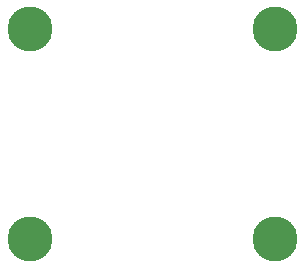
<source format=gbr>
%TF.GenerationSoftware,KiCad,Pcbnew,7.0.7*%
%TF.CreationDate,2023-11-23T17:05:24-08:00*%
%TF.ProjectId,sfh2430_breakout,73666832-3433-4305-9f62-7265616b6f75,rev?*%
%TF.SameCoordinates,Original*%
%TF.FileFunction,Soldermask,Bot*%
%TF.FilePolarity,Negative*%
%FSLAX46Y46*%
G04 Gerber Fmt 4.6, Leading zero omitted, Abs format (unit mm)*
G04 Created by KiCad (PCBNEW 7.0.7) date 2023-11-23 17:05:24*
%MOMM*%
%LPD*%
G01*
G04 APERTURE LIST*
%ADD10C,3.800000*%
%ADD11C,2.600000*%
G04 APERTURE END LIST*
D10*
%TO.C,H2*%
X92150000Y-111850000D03*
D11*
X92150000Y-111850000D03*
%TD*%
%TO.C,H3*%
X112950000Y-94050000D03*
D10*
X112950000Y-94050000D03*
%TD*%
D11*
%TO.C,H4*%
X112950000Y-111850000D03*
D10*
X112950000Y-111850000D03*
%TD*%
D11*
%TO.C,H1*%
X92150000Y-94050000D03*
D10*
X92150000Y-94050000D03*
%TD*%
M02*

</source>
